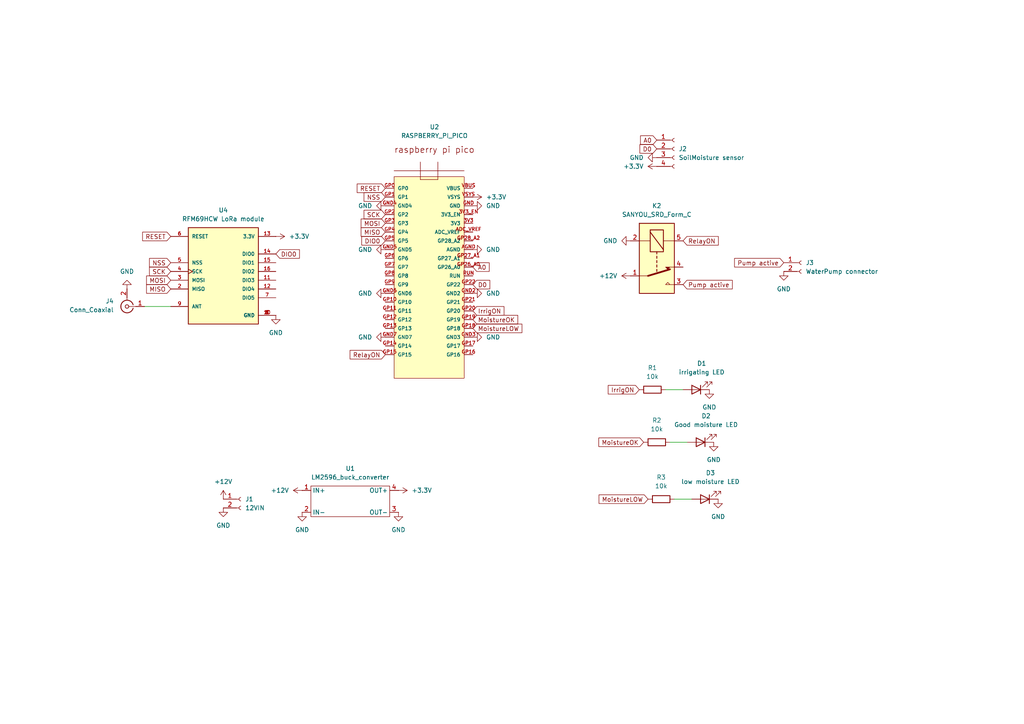
<source format=kicad_sch>
(kicad_sch (version 20231120) (generator "eeschema") (generator_version "8.0")
  (paper "A4")
  (lib_symbols
    (symbol "COM-13909:RFM69HCW LoRa module" (pin_names (offset 1.016))
      (property "Reference" "U" (at -10.9497 13.2415 0))
      (property "Value" "RFM69HCW LoRa module" (at -10.4265 -17.0385 0))
      (symbol "RFM69HCW LoRa module_0_0"
        (rectangle (start -10.16 -15.24) (end 10.16 12.7) (stroke (width 0.254)) (fill (type background)))
        (pin power_in line (at 15.24 -12.7 180) (length 5.08) (name "GND") (number "1"))
        (pin power_in line (at 15.24 -12.7 180) (length 5.08) (name "GND") (number "10"))
        (pin bidirectional line (at 15.24 -2.54 180) (length 5.08) (name "DIO3") (number "11"))
        (pin bidirectional line (at 15.24 -5.08 180) (length 5.08) (name "DIO4") (number "12"))
        (pin power_in line (at 15.24 10.16 180) (length 5.08) (name "3.3V") (number "13"))
        (pin bidirectional line (at 15.24 5.08 180) (length 5.08) (name "DIO0") (number "14"))
        (pin bidirectional line (at 15.24 2.54 180) (length 5.08) (name "DIO1") (number "15"))
        (pin bidirectional line (at 15.24 0 180) (length 5.08) (name "DIO2") (number "16"))
        (pin input line (at -15.24 -5.08 0) (length 5.08) (name "MISO") (number "2"))
        (pin output line (at -15.24 -2.54 0) (length 5.08) (name "MOSI") (number "3"))
        (pin input clock (at -15.24 0 0) (length 5.08) (name "SCK") (number "4"))
        (pin input line (at -15.24 2.54 0) (length 5.08) (name "NSS") (number "5"))
        (pin bidirectional line (at -15.24 10.16 0) (length 5.08) (name "RESET") (number "6"))
        (pin bidirectional line (at 15.24 -7.62 180) (length 5.08) (name "DIO5") (number "7"))
        (pin power_in line (at 15.24 -12.7 180) (length 5.08) (name "GND") (number "8"))
        (pin bidirectional line (at -15.24 -10.16 0) (length 5.08) (name "ANT") (number "9"))
      )
    )
    (symbol "Connector:Conn_01x02_Socket" (pin_names (offset 1.016) hide)
      (property "Reference" "J" (at 0 2.54 0))
      (property "Value" "Conn_01x02_Socket" (at 0 -5.08 0))
      (symbol "Conn_01x02_Socket_1_1"
        (arc (start 0 -2.032) (mid -0.5058 -2.54) (end 0 -3.048) (stroke (width 0.1524)))
        (polyline (pts (xy -1.27 -2.54) (xy -0.508 -2.54)) (stroke (width 0.1524)))
        (polyline (pts (xy -1.27 0) (xy -0.508 0)) (stroke (width 0.1524)))
        (arc (start 0 0.508) (mid -0.5058 0) (end 0 -0.508) (stroke (width 0.1524)))
        (pin passive line (at -5.08 0 0) (length 3.81) (name "Pin_1") (number "1"))
        (pin passive line (at -5.08 -2.54 0) (length 3.81) (name "Pin_2") (number "2"))
      )
    )
    (symbol "Connector:Conn_01x04_Socket" (pin_names (offset 1.016) hide)
      (property "Reference" "J" (at 0 5.08 0))
      (property "Value" "Conn_01x04_Socket" (at 0 -7.62 0))
      (symbol "Conn_01x04_Socket_1_1"
        (arc (start 0 -4.572) (mid -0.5058 -5.08) (end 0 -5.588) (stroke (width 0.1524)))
        (arc (start 0 -2.032) (mid -0.5058 -2.54) (end 0 -3.048) (stroke (width 0.1524)))
        (polyline (pts (xy -1.27 -5.08) (xy -0.508 -5.08)) (stroke (width 0.1524)))
        (polyline (pts (xy -1.27 -2.54) (xy -0.508 -2.54)) (stroke (width 0.1524)))
        (polyline (pts (xy -1.27 0) (xy -0.508 0)) (stroke (width 0.1524)))
        (polyline (pts (xy -1.27 2.54) (xy -0.508 2.54)) (stroke (width 0.1524)))
        (arc (start 0 0.508) (mid -0.5058 0) (end 0 -0.508) (stroke (width 0.1524)))
        (arc (start 0 3.048) (mid -0.5058 2.54) (end 0 2.032) (stroke (width 0.1524)))
        (pin passive line (at -5.08 2.54 0) (length 3.81) (name "Pin_1") (number "1"))
        (pin passive line (at -5.08 0 0) (length 3.81) (name "Pin_2") (number "2"))
        (pin passive line (at -5.08 -2.54 0) (length 3.81) (name "Pin_3") (number "3"))
        (pin passive line (at -5.08 -5.08 0) (length 3.81) (name "Pin_4") (number "4"))
      )
    )
    (symbol "Connector:Conn_Coaxial" (pin_names (offset 1.016) hide)
      (property "Reference" "J" (at 0.254 3.048 0))
      (property "Value" "Conn_Coaxial" (at 2.921 0 90))
      (symbol "Conn_Coaxial_0_1"
        (arc (start -1.778 -0.508) (mid 0.2311 -1.8066) (end 1.778 0) (stroke (width 0.254)))
        (polyline (pts (xy -2.54 0) (xy -0.508 0)))
        (polyline (pts (xy 0 -2.54) (xy 0 -1.778)))
        (circle (center 0 0) (radius 0.508) (stroke (width 0.2032)))
        (arc (start 1.778 0) (mid 0.2099 1.8101) (end -1.778 0.508) (stroke (width 0.254)))
      )
      (symbol "Conn_Coaxial_1_1"
        (pin passive line (at -5.08 0 0) (length 2.54) (name "In") (number "1"))
        (pin passive line (at 0 -5.08 90) (length 2.54) (name "Ext") (number "2"))
      )
    )
    (symbol "Device:LED" (pin_numbers hide) (pin_names (offset 1.016) hide)
      (property "Reference" "D" (at 0 2.54 0))
      (property "Value" "LED" (at 0 -2.54 0))
      (symbol "LED_0_1"
        (polyline (pts (xy -1.27 -1.27) (xy -1.27 1.27)) (stroke (width 0.254)))
        (polyline (pts (xy -1.27 0) (xy 1.27 0)))
        (polyline (pts (xy 1.27 -1.27) (xy 1.27 1.27) (xy -1.27 0) (xy 1.27 -1.27)) (stroke (width 0.254)))
        (polyline (pts (xy -3.048 -0.762) (xy -4.572 -2.286) (xy -3.81 -2.286) (xy -4.572 -2.286) (xy -4.572 -1.524)))
        (polyline (pts (xy -1.778 -0.762) (xy -3.302 -2.286) (xy -2.54 -2.286) (xy -3.302 -2.286) (xy -3.302 -1.524)))
      )
      (symbol "LED_1_1"
        (pin passive line (at -3.81 0 0) (length 2.54) (name "K") (number "1"))
        (pin passive line (at 3.81 0 180) (length 2.54) (name "A") (number "2"))
      )
    )
    (symbol "Device:R" (pin_numbers hide) (pin_names (offset 0))
      (property "Reference" "R" (at 2.032 0 90))
      (property "Value" "R" (at 0 0 90))
      (symbol "R_0_1"
        (rectangle (start -1.016 -2.54) (end 1.016 2.54) (stroke (width 0.254)))
      )
      (symbol "R_1_1"
        (pin passive line (at 0 3.81 270) (length 1.27) (name "~") (number "1"))
        (pin passive line (at 0 -3.81 90) (length 1.27) (name "~") (number "2"))
      )
    )
    (symbol "My_Symbols:LM2596_buck_converter"
      (property "Reference" "U" (at 0 0 0))
      (property "Value" "LM2596_buck_converter" (at 0 0 0))
      (symbol "LM2596_buck_converter_0_1"
        (rectangle (start -11.43 12.7) (end 11.43 3.81))
      )
      (symbol "LM2596_buck_converter_1_1"
        (pin input line (at -13.97 11.43 0) (length 2.54) (name "IN+") (number "1"))
        (pin input line (at -13.97 5.08 0) (length 2.54) (name "IN-") (number "2"))
        (pin output line (at 13.97 5.08 180) (length 2.54) (name "OUT-") (number "3"))
        (pin output line (at 13.97 11.43 180) (length 2.54) (name "OUT+") (number "4"))
      )
    )
    (symbol "RASPBERRY_PI_PICO:RASPBERRY_PI_PICO" (pin_names (offset 1.016))
      (property "Reference" "U" (at 0 0 0))
      (property "Value" "RASPBERRY_PI_PICO" (at 0 0 0))
      (symbol "RASPBERRY_PI_PICO_0_0"
        (rectangle (start -7.62 -34.7604) (end 12.7 23.6596) (stroke (width 0.1524)) (fill (type background)))
        (polyline (pts (xy 0 22.86) (xy 5.08 22.86)) (stroke (width 0.1524)))
        (polyline (pts (xy 0 27.94) (xy 0 22.86)) (stroke (width 0.1524)))
        (polyline (pts (xy 5.08 22.86) (xy 5.08 27.94)) (stroke (width 0.1524)))
        (polyline (pts (xy 12.7 25.4) (xy -7.62 25.4)) (stroke (width 0.1524)))
        (text "raspberry pi pico" (at -7.62 30.48 0) (effects (font (size 1.778 1.778)) (justify left bottom)))
        (pin bidirectional line (at 15.24 10.16 180) (length 2.54) (name "3V3") (number "3V3"))
        (pin bidirectional line (at 15.24 12.7 180) (length 2.54) (name "3V3_EN") (number "3V3_EN"))
        (pin bidirectional line (at 15.24 7.62 180) (length 2.54) (name "ADC_VREF") (number "ADC_VREF"))
        (pin bidirectional line (at 15.24 2.54 180) (length 2.54) (name "AGND") (number "AGND"))
        (pin bidirectional line (at 15.24 15.24 180) (length 2.54) (name "GND") (number "GND"))
        (pin bidirectional line (at 15.24 -10.16 180) (length 2.54) (name "GND2") (number "GND2"))
        (pin bidirectional line (at 15.24 -22.86 180) (length 2.54) (name "GND3") (number "GND3"))
        (pin bidirectional line (at -10.16 15.24 0) (length 2.54) (name "GND4") (number "GND4"))
        (pin bidirectional line (at -10.16 2.54 0) (length 2.54) (name "GND5") (number "GND5"))
        (pin bidirectional line (at -10.16 -10.16 0) (length 2.54) (name "GND6") (number "GND6"))
        (pin bidirectional line (at -10.16 -22.86 0) (length 2.54) (name "GND7") (number "GND7"))
        (pin bidirectional line (at -10.16 20.32 0) (length 2.54) (name "GP0") (number "GP0"))
        (pin bidirectional line (at -10.16 17.78 0) (length 2.54) (name "GP1") (number "GP1"))
        (pin bidirectional line (at -10.16 -12.7 0) (length 2.54) (name "GP10") (number "GP10"))
        (pin bidirectional line (at -10.16 -15.24 0) (length 2.54) (name "GP11") (number "GP11"))
        (pin bidirectional line (at -10.16 -17.78 0) (length 2.54) (name "GP12") (number "GP12"))
        (pin bidirectional line (at -10.16 -20.32 0) (length 2.54) (name "GP13") (number "GP13"))
        (pin bidirectional line (at -10.16 -25.4 0) (length 2.54) (name "GP14") (number "GP14"))
        (pin bidirectional line (at -10.16 -27.94 0) (length 2.54) (name "GP15") (number "GP15"))
        (pin bidirectional line (at 15.24 -27.94 180) (length 2.54) (name "GP16") (number "GP16"))
        (pin bidirectional line (at 15.24 -25.4 180) (length 2.54) (name "GP17") (number "GP17"))
        (pin bidirectional line (at 15.24 -20.32 180) (length 2.54) (name "GP18") (number "GP18"))
        (pin bidirectional line (at 15.24 -17.78 180) (length 2.54) (name "GP19") (number "GP19"))
        (pin bidirectional line (at -10.16 12.7 0) (length 2.54) (name "GP2") (number "GP2"))
        (pin bidirectional line (at 15.24 -15.24 180) (length 2.54) (name "GP20") (number "GP20"))
        (pin bidirectional line (at 15.24 -12.7 180) (length 2.54) (name "GP21") (number "GP21"))
        (pin bidirectional line (at 15.24 -7.62 180) (length 2.54) (name "GP22") (number "GP22"))
        (pin bidirectional line (at 15.24 -2.54 180) (length 2.54) (name "GP26_A0") (number "GP26_A0"))
        (pin bidirectional line (at 15.24 0 180) (length 2.54) (name "GP27_A1") (number "GP27_A1"))
        (pin bidirectional line (at 15.24 5.08 180) (length 2.54) (name "GP28_A2") (number "GP28_A2"))
        (pin bidirectional line (at -10.16 10.16 0) (length 2.54) (name "GP3") (number "GP3"))
        (pin bidirectional line (at -10.16 7.62 0) (length 2.54) (name "GP4") (number "GP4"))
        (pin bidirectional line (at -10.16 5.08 0) (length 2.54) (name "GP5") (number "GP5"))
        (pin bidirectional line (at -10.16 0 0) (length 2.54) (name "GP6") (number "GP6"))
        (pin bidirectional line (at -10.16 -2.54 0) (length 2.54) (name "GP7") (number "GP7"))
        (pin bidirectional line (at -10.16 -5.08 0) (length 2.54) (name "GP8") (number "GP8"))
        (pin bidirectional line (at -10.16 -7.62 0) (length 2.54) (name "GP9") (number "GP9"))
        (pin bidirectional line (at 15.24 -5.08 180) (length 2.54) (name "RUN") (number "RUN"))
        (pin bidirectional line (at 15.24 20.32 180) (length 2.54) (name "VBUS") (number "VBUS"))
        (pin bidirectional line (at 15.24 17.78 180) (length 2.54) (name "VSYS") (number "VSYS"))
      )
    )
    (symbol "Relay:SANYOU_SRD_Form_C"
      (property "Reference" "K" (at 11.43 3.81 0))
      (property "Value" "SANYOU_SRD_Form_C" (at 11.43 1.27 0))
      (symbol "SANYOU_SRD_Form_C_0_0"
        (polyline (pts (xy 7.62 5.08) (xy 7.62 2.54) (xy 6.985 3.175) (xy 7.62 3.81)))
      )
      (symbol "SANYOU_SRD_Form_C_0_1"
        (rectangle (start -10.16 5.08) (end 10.16 -5.08) (stroke (width 0.254)) (fill (type background)))
        (rectangle (start -8.255 1.905) (end -1.905 -1.905) (stroke (width 0.254)))
        (polyline (pts (xy -7.62 -1.905) (xy -2.54 1.905)) (stroke (width 0.254)))
        (polyline (pts (xy -5.08 -5.08) (xy -5.08 -1.905)))
        (polyline (pts (xy -5.08 5.08) (xy -5.08 1.905)))
        (polyline (pts (xy -1.905 0) (xy -1.27 0)) (stroke (width 0.254)))
        (polyline (pts (xy -0.635 0) (xy 0 0)) (stroke (width 0.254)))
        (polyline (pts (xy 0.635 0) (xy 1.27 0)) (stroke (width 0.254)))
        (polyline (pts (xy 1.905 0) (xy 2.54 0)) (stroke (width 0.254)))
        (polyline (pts (xy 3.175 0) (xy 3.81 0)) (stroke (width 0.254)))
        (polyline (pts (xy 5.08 -2.54) (xy 3.175 3.81)) (stroke (width 0.508)))
        (polyline (pts (xy 5.08 -2.54) (xy 5.08 -5.08)))
      )
      (symbol "SANYOU_SRD_Form_C_1_1"
        (polyline (pts (xy 2.54 3.81) (xy 3.175 3.175) (xy 2.54 2.54) (xy 2.54 5.08)) (fill (type outline)))
        (pin passive line (at 5.08 -7.62 90) (length 2.54) (name "~") (number "1"))
        (pin passive line (at -5.08 -7.62 90) (length 2.54) (name "~") (number "2"))
        (pin passive line (at 7.62 7.62 270) (length 2.54) (name "~") (number "3"))
        (pin passive line (at 2.54 7.62 270) (length 2.54) (name "~") (number "4"))
        (pin passive line (at -5.08 7.62 270) (length 2.54) (name "~") (number "5"))
      )
    )
    (symbol "power:+12V" (power) (pin_numbers hide) (pin_names (offset 0) hide)
      (property "Value" "+12V" (at 0 3.556 0))
      (symbol "+12V_0_1"
        (polyline (pts (xy -0.762 1.27) (xy 0 2.54)))
        (polyline (pts (xy 0 0) (xy 0 2.54)))
        (polyline (pts (xy 0 2.54) (xy 0.762 1.27)))
      )
      (symbol "+12V_1_1"
        (pin power_in line (at 0 0 90) (length 0) (name "~") (number "1"))
      )
    )
    (symbol "power:+3.3V" (power) (pin_numbers hide) (pin_names (offset 0) hide)
      (property "Value" "+3.3V" (at 0 3.556 0))
      (symbol "+3.3V_0_1"
        (polyline (pts (xy -0.762 1.27) (xy 0 2.54)))
        (polyline (pts (xy 0 0) (xy 0 2.54)))
        (polyline (pts (xy 0 2.54) (xy 0.762 1.27)))
      )
      (symbol "+3.3V_1_1"
        (pin power_in line (at 0 0 90) (length 0) (name "~") (number "1"))
      )
    )
    (symbol "power:GND" (power) (pin_numbers hide) (pin_names (offset 0) hide)
      (property "Value" "GND" (at 0 -3.81 0))
      (symbol "GND_0_1"
        (polyline (pts (xy 0 0) (xy 0 -1.27) (xy 1.27 -1.27) (xy 0 -2.54) (xy -1.27 -1.27) (xy 0 -1.27)))
      )
      (symbol "GND_1_1"
        (pin power_in line (at 0 0 270) (length 0) (name "~") (number "1"))
      )
    )
  )
  (wire (pts (xy 194.31 128.27) (xy 199.39 128.27)))
  (wire (pts (xy 195.58 144.78) (xy 200.66 144.78)))
  (wire (pts (xy 193.04 113.03) (xy 198.12 113.03)))
  (wire (pts (xy 41.91 88.9) (xy 49.53 88.9)))
  (global_label "A0" (shape input) (at 190.5 40.64 180) (property "Intersheetrefs" "${INTERSHEET_REFS}" (effects (hide yes))))
  (global_label "A0" (shape input) (at 137.16 77.47 0) (property "Intersheetrefs" "${INTERSHEET_REFS}" (effects (hide yes))))
  (global_label "NSS" (shape input) (at 111.76 57.15 180) (property "Intersheetrefs" "${INTERSHEET_REFS}" (effects (hide yes))))
  (global_label "IrrigON" (shape input) (at 185.42 113.03 180) (property "Intersheetrefs" "${INTERSHEET_REFS}" (effects (hide yes))))
  (global_label "D0" (shape input) (at 190.5 43.18 180) (property "Intersheetrefs" "${INTERSHEET_REFS}" (effects (hide yes))))
  (global_label "RelayON" (shape input) (at 198.12 69.85 0) (property "Intersheetrefs" "${INTERSHEET_REFS}" (effects (hide yes))))
  (global_label "IrrigON" (shape input) (at 137.16 90.17 0) (property "Intersheetrefs" "${INTERSHEET_REFS}" (effects (hide yes))))
  (global_label "DIO0" (shape input) (at 111.76 69.85 180) (property "Intersheetrefs" "${INTERSHEET_REFS}" (effects (hide yes))))
  (global_label "RESET" (shape input) (at 49.53 68.58 180) (property "Intersheetrefs" "${INTERSHEET_REFS}" (effects (hide yes))))
  (global_label "D0" (shape input) (at 137.16 82.55 0) (property "Intersheetrefs" "${INTERSHEET_REFS}" (effects (hide yes))))
  (global_label "MISO" (shape input) (at 111.76 67.31 180) (property "Intersheetrefs" "${INTERSHEET_REFS}" (effects (hide yes))))
  (global_label "SCK" (shape input) (at 49.53 78.74 180) (property "Intersheetrefs" "${INTERSHEET_REFS}" (effects (hide yes))))
  (global_label "RESET" (shape input) (at 111.76 54.61 180) (property "Intersheetrefs" "${INTERSHEET_REFS}" (effects (hide yes))))
  (global_label "MISO" (shape input) (at 49.53 83.82 180) (property "Intersheetrefs" "${INTERSHEET_REFS}" (effects (hide yes))))
  (global_label "MoistureLOW" (shape input) (at 187.96 144.78 180) (property "Intersheetrefs" "${INTERSHEET_REFS}" (effects (hide yes))))
  (global_label "SCK" (shape input) (at 111.76 62.23 180) (property "Intersheetrefs" "${INTERSHEET_REFS}" (effects (hide yes))))
  (global_label "DIO0" (shape input) (at 80.01 73.66 0) (property "Intersheetrefs" "${INTERSHEET_REFS}" (effects (hide yes))))
  (global_label "RelayON" (shape input) (at 111.76 102.87 180) (property "Intersheetrefs" "${INTERSHEET_REFS}" (effects (hide yes))))
  (global_label "MoistureOK" (shape input) (at 186.69 128.27 180) (property "Intersheetrefs" "${INTERSHEET_REFS}" (effects (hide yes))))
  (global_label "Pump active" (shape input) (at 227.33 76.2 180) (property "Intersheetrefs" "${INTERSHEET_REFS}" (effects (hide yes))))
  (global_label "MOSI" (shape input) (at 49.53 81.28 180) (property "Intersheetrefs" "${INTERSHEET_REFS}" (effects (hide yes))))
  (global_label "Pump active" (shape input) (at 198.12 82.55 0) (property "Intersheetrefs" "${INTERSHEET_REFS}" (effects (hide yes))))
  (global_label "NSS" (shape input) (at 49.53 76.2 180) (property "Intersheetrefs" "${INTERSHEET_REFS}" (effects (hide yes))))
  (global_label "MOSI" (shape input) (at 111.76 64.77 180) (property "Intersheetrefs" "${INTERSHEET_REFS}" (effects (hide yes))))
  (global_label "MoistureOK" (shape input) (at 137.16 92.71 0) (property "Intersheetrefs" "${INTERSHEET_REFS}" (effects (hide yes))))
  (global_label "MoistureLOW" (shape input) (at 137.16 95.25 0) (property "Intersheetrefs" "${INTERSHEET_REFS}" (effects (hide yes))))
  (symbol (lib_id "Device:LED") (at 201.93 113.03 180) (unit 1)
    (property "Reference" "D1" (at 203.5175 105.41 0))
    (property "Value" "irrigating LED" (at 203.5175 107.95 0))
    (property "Footprint" "LED_THT:LED_D5.0mm_Clear" (effects (hide yes)))
    (property "Description" "Light emitting diode" (effects (hide yes)))
  )
  (symbol (lib_id "power:+12V") (at 182.88 80.01 90) (unit 1)
    (property "Reference" "#PWR010" (effects (hide yes)))
    (property "Value" "+12V" (at 179.07 80.0099 90) (effects (justify left)))
    (property "Description" "Power symbol creates a global label with name \"+12V\"" (effects (hide yes)))
  )
  (symbol (lib_id "power:+3.3V") (at 115.57 142.24 270) (unit 1)
    (property "Reference" "#PWR07" (effects (hide yes)))
    (property "Value" "+3.3V" (at 119.38 142.2399 90) (effects (justify left)))
    (property "Description" "Power symbol creates a global label with name \"+3.3V\"" (effects (hide yes)))
  )
  (symbol (lib_id "power:GND") (at 227.33 78.74 0) (unit 1)
    (property "Reference" "#PWR011" (effects (hide yes)))
    (property "Value" "GND" (at 227.33 83.82 0))
    (property "Description" "Power symbol creates a global label with name \"GND\" , ground" (effects (hide yes)))
  )
  (symbol (lib_id "Device:R") (at 189.23 113.03 90) (unit 1)
    (property "Reference" "R1" (at 189.23 106.68 90))
    (property "Value" "10k" (at 189.23 109.22 90))
    (property "Footprint" "Resistor_THT:R_Axial_DIN0309_L9.0mm_D3.2mm_P12.70mm_Horizontal" (effects (hide yes)))
    (property "Description" "Resistor" (effects (hide yes)))
  )
  (symbol (lib_id "Device:LED") (at 203.2 128.27 180) (unit 1)
    (property "Reference" "D2" (at 204.7875 120.65 0))
    (property "Value" "Good moisture LED" (at 204.7875 123.19 0))
    (property "Footprint" "LED_THT:LED_D5.0mm_Clear" (effects (hide yes)))
    (property "Description" "Light emitting diode" (effects (hide yes)))
  )
  (symbol (lib_id "power:GND") (at 111.76 97.79 270) (unit 1)
    (property "Reference" "#PWR015" (effects (hide yes)))
    (property "Value" "GND" (at 107.95 97.7899 90) (effects (justify right)))
    (property "Description" "Power symbol creates a global label with name \"GND\" , ground" (effects (hide yes)))
  )
  (symbol (lib_id "Device:R") (at 191.77 144.78 90) (unit 1)
    (property "Reference" "R3" (at 191.77 138.43 90))
    (property "Value" "10k" (at 191.77 140.97 90))
    (property "Footprint" "Resistor_THT:R_Axial_DIN0309_L9.0mm_D3.2mm_P12.70mm_Horizontal" (effects (hide yes)))
    (property "Description" "Resistor" (effects (hide yes)))
  )
  (symbol (lib_id "power:GND") (at 111.76 72.39 270) (unit 1)
    (property "Reference" "#PWR013" (effects (hide yes)))
    (property "Value" "GND" (at 107.95 72.3899 90) (effects (justify right)))
    (property "Description" "Power symbol creates a global label with name \"GND\" , ground" (effects (hide yes)))
  )
  (symbol (lib_id "COM-13909:RFM69HCW LoRa module") (at 64.77 78.74 0) (unit 1)
    (property "Reference" "U4" (at 64.77 60.96 0))
    (property "Value" "RFM69HCW LoRa module" (at 64.77 63.5 0))
    (property "Footprint" "My_Footprints:RFM69HCW LoRa module" (effects (hide yes)))
    (property "MF" "HOPERF" (effects (hide yes)))
    (property "Description_1" "\nGeneral ISM < 1GHz Transceiver Module 915MHz Surface Mount\n" (effects (hide yes)))
    (property "Package" "Module SparkFun Electronics" (effects (hide yes)))
    (property "Price" "None" (effects (hide yes)))
    (property "Check_prices" "https://www.snapeda.com/parts/RFM69HCW-315S2/HOPERF/view-part/?ref=eda" (effects (hide yes)))
    (property "SnapEDA_Link" "https://www.snapeda.com/parts/RFM69HCW-315S2/HOPERF/view-part/?ref=snap" (effects (hide yes)))
    (property "MP" "RFM69HCW-315S2" (effects (hide yes)))
    (property "Availability" "Not in stock" (effects (hide yes)))
    (property "MANUFACTURER" "SparkFun Electronics" (effects (hide yes)))
  )
  (symbol (lib_id "power:GND") (at 115.57 148.59 0) (unit 1)
    (property "Reference" "#PWR06" (effects (hide yes)))
    (property "Value" "GND" (at 115.57 153.67 0))
    (property "Description" "Power symbol creates a global label with name \"GND\" , ground" (effects (hide yes)))
  )
  (symbol (lib_id "power:GND") (at 190.5 45.72 270) (unit 1)
    (property "Reference" "#PWR05" (effects (hide yes)))
    (property "Value" "GND" (at 186.69 45.7199 90) (effects (justify right)))
    (property "Description" "Power symbol creates a global label with name \"GND\" , ground" (effects (hide yes)))
  )
  (symbol (lib_id "Relay:SANYOU_SRD_Form_C") (at 190.5 74.93 270) (unit 1)
    (property "Reference" "K2" (at 190.5 59.69 90))
    (property "Value" "SANYOU_SRD_Form_C" (at 190.5 62.23 90))
    (property "Footprint" "Relay_THT:Relay_SPDT_SANYOU_SRD_Series_Form_C" (effects (hide yes)))
    (property "Datasheet" "http://www.sanyourelay.ca/public/products/pdf/SRD.pdf" (effects (hide yes)))
    (property "Description" "Sanyo SRD relay, Single Pole Miniature Power Relay," (effects (hide yes)))
  )
  (symbol (lib_id "power:GND") (at 182.88 69.85 270) (unit 1)
    (property "Reference" "#PWR09" (effects (hide yes)))
    (property "Value" "GND" (at 179.07 69.8499 90) (effects (justify right)))
    (property "Description" "Power symbol creates a global label with name \"GND\" , ground" (effects (hide yes)))
  )
  (symbol (lib_id "power:+3.3V") (at 80.01 68.58 270) (unit 1)
    (property "Reference" "#PWR021" (effects (hide yes)))
    (property "Value" "+3.3V" (at 83.82 68.5799 90) (effects (justify left)))
    (property "Description" "Power symbol creates a global label with name \"+3.3V\"" (effects (hide yes)))
  )
  (symbol (lib_id "power:GND") (at 111.76 59.69 270) (unit 1)
    (property "Reference" "#PWR012" (effects (hide yes)))
    (property "Value" "GND" (at 107.95 59.6899 90) (effects (justify right)))
    (property "Description" "Power symbol creates a global label with name \"GND\" , ground" (effects (hide yes)))
  )
  (symbol (lib_id "Connector:Conn_Coaxial") (at 36.83 88.9 180) (unit 1)
    (property "Reference" "J4" (at 33.02 87.3367 0) (effects (justify left)))
    (property "Value" "Conn_Coaxial" (at 33.02 89.8767 0) (effects (justify left)))
    (property "Footprint" "Connector_Coaxial:SMA_Amphenol_132134_Vertical" (effects (hide yes)))
    (property "Datasheet" " ~" (effects (hide yes)))
    (property "Description" "coaxial connector (BNC, SMA, SMB, SMC, Cinch/RCA, LEMO, ...)" (effects (hide yes)))
  )
  (symbol (lib_id "power:+12V") (at 64.77 144.78 0) (unit 1)
    (property "Reference" "#PWR01" (effects (hide yes)))
    (property "Value" "+12V" (at 64.77 139.7 0))
    (property "Description" "Power symbol creates a global label with name \"+12V\"" (effects (hide yes)))
  )
  (symbol (lib_id "power:GND") (at 111.76 85.09 270) (unit 1)
    (property "Reference" "#PWR014" (effects (hide yes)))
    (property "Value" "GND" (at 107.95 85.0899 90) (effects (justify right)))
    (property "Description" "Power symbol creates a global label with name \"GND\" , ground" (effects (hide yes)))
  )
  (symbol (lib_id "Connector:Conn_01x02_Socket") (at 69.85 144.78 0) (unit 1)
    (property "Reference" "J1" (at 71.12 144.7799 0) (effects (justify left)))
    (property "Value" "12VIN" (at 71.12 147.3199 0) (effects (justify left)))
    (property "Footprint" "TerminalBlock_Phoenix:TerminalBlock_Phoenix_PT-1,5-2-5.0-H_1x02_P5.00mm_Horizontal" (effects (hide yes)))
    (property "Description" "Generic connector, single row, 01x02, script generated" (effects (hide yes)))
  )
  (symbol (lib_id "power:GND") (at 80.01 91.44 0) (unit 1)
    (property "Reference" "#PWR022" (effects (hide yes)))
    (property "Value" "GND" (at 80.01 96.52 0))
    (property "Description" "Power symbol creates a global label with name \"GND\" , ground" (effects (hide yes)))
  )
  (symbol (lib_id "power:GND") (at 137.16 97.79 90) (unit 1)
    (property "Reference" "#PWR016" (effects (hide yes)))
    (property "Value" "GND" (at 140.97 97.7899 90) (effects (justify right)))
    (property "Description" "Power symbol creates a global label with name \"GND\" , ground" (effects (hide yes)))
  )
  (symbol (lib_id "Device:R") (at 190.5 128.27 90) (unit 1)
    (property "Reference" "R2" (at 190.5 121.92 90))
    (property "Value" "10k" (at 190.5 124.46 90))
    (property "Footprint" "Resistor_THT:R_Axial_DIN0309_L9.0mm_D3.2mm_P12.70mm_Horizontal" (effects (hide yes)))
    (property "Description" "Resistor" (effects (hide yes)))
  )
  (symbol (lib_id "power:GND") (at 137.16 85.09 90) (unit 1)
    (property "Reference" "#PWR017" (effects (hide yes)))
    (property "Value" "GND" (at 140.97 85.0899 90) (effects (justify right)))
    (property "Description" "Power symbol creates a global label with name \"GND\" , ground" (effects (hide yes)))
  )
  (symbol (lib_id "RASPBERRY_PI_PICO:RASPBERRY_PI_PICO") (at 121.92 74.93 0) (unit 1)
    (property "Reference" "U2" (at 126.0171 36.83 0))
    (property "Value" "RASPBERRY_PI_PICO" (at 126.0171 39.37 0))
    (property "Footprint" "RASPBERRY_PI_PICO:RASPBERRY_PI_PICO" (effects (hide yes)))
    (property "MF" "Raspberry Pi" (effects (hide yes)))
    (property "Description_1" "\nRaspberry Pi Board, Arm Cortex-M0+; Core Architecture:Arm; Core Sub-Architecture:Cortex-M0+; Kit Contents:Raspberry Pi Pico Board; No. Of Bits:32Bit; Silicon Core Number:Rp2040; Silicon Manufacturer:Raspberry Pi |Raspberry-Pi RASPBERRY PI PICO\n" (effects (hide yes)))
    (property "Package" "None" (effects (hide yes)))
    (property "Price" "None" (effects (hide yes)))
    (property "SnapEDA_Link" "https://www.snapeda.com/parts/RASPBERRY%20PI%20PICO/Raspberry+Pi/view-part/?ref=snap" (effects (hide yes)))
    (property "MP" "RASPBERRY PI PICO" (effects (hide yes)))
    (property "Availability" "In Stock" (effects (hide yes)))
    (property "Check_prices" "https://www.snapeda.com/parts/RASPBERRY%20PI%20PICO/Raspberry+Pi/view-part/?ref=eda" (effects (hide yes)))
  )
  (symbol (lib_id "power:GND") (at 137.16 59.69 90) (unit 1)
    (property "Reference" "#PWR019" (effects (hide yes)))
    (property "Value" "GND" (at 140.97 59.6899 90) (effects (justify right)))
    (property "Description" "Power symbol creates a global label with name \"GND\" , ground" (effects (hide yes)))
  )
  (symbol (lib_id "power:GND") (at 64.77 147.32 0) (unit 1)
    (property "Reference" "#PWR02" (effects (hide yes)))
    (property "Value" "GND" (at 64.77 152.4 0))
    (property "Description" "Power symbol creates a global label with name \"GND\" , ground" (effects (hide yes)))
  )
  (symbol (lib_id "Connector:Conn_01x04_Socket") (at 195.58 43.18 0) (unit 1)
    (property "Reference" "J2" (at 196.85 43.1799 0) (effects (justify left)))
    (property "Value" "SoilMoisture sensor" (at 196.85 45.7199 0) (effects (justify left)))
    (property "Footprint" "Connector_PinSocket_2.54mm:PinSocket_1x04_P2.54mm_Vertical" (effects (hide yes)))
    (property "Description" "Generic connector, single row, 01x04, script generated" (effects (hide yes)))
  )
  (symbol (lib_id "power:+3.3V") (at 190.5 48.26 90) (unit 1)
    (property "Reference" "#PWR08" (effects (hide yes)))
    (property "Value" "+3.3V" (at 186.69 48.2599 90) (effects (justify left)))
    (property "Description" "Power symbol creates a global label with name \"+3.3V\"" (effects (hide yes)))
  )
  (symbol (lib_id "power:GND") (at 207.01 128.27 0) (unit 1)
    (property "Reference" "#PWR024" (effects (hide yes)))
    (property "Value" "GND" (at 207.01 133.35 0))
    (property "Description" "Power symbol creates a global label with name \"GND\" , ground" (effects (hide yes)))
  )
  (symbol (lib_id "power:GND") (at 205.74 113.03 0) (unit 1)
    (property "Reference" "#PWR023" (effects (hide yes)))
    (property "Value" "GND" (at 205.74 118.11 0))
    (property "Description" "Power symbol creates a global label with name \"GND\" , ground" (effects (hide yes)))
  )
  (symbol (lib_id "Connector:Conn_01x02_Socket") (at 232.41 76.2 0) (unit 1)
    (property "Reference" "J3" (at 233.68 76.1999 0) (effects (justify left)))
    (property "Value" "WaterPump connector" (at 233.68 78.7399 0) (effects (justify left)))
    (property "Footprint" "TerminalBlock_Phoenix:TerminalBlock_Phoenix_PT-1,5-2-3.5-H_1x02_P3.50mm_Horizontal" (effects (hide yes)))
    (property "Description" "Generic connector, single row, 01x02, script generated" (effects (hide yes)))
  )
  (symbol (lib_id "power:GND") (at 137.16 72.39 90) (unit 1)
    (property "Reference" "#PWR018" (effects (hide yes)))
    (property "Value" "GND" (at 140.97 72.3899 90) (effects (justify right)))
    (property "Description" "Power symbol creates a global label with name \"GND\" , ground" (effects (hide yes)))
  )
  (symbol (lib_id "power:+12V") (at 87.63 142.24 90) (unit 1)
    (property "Reference" "#PWR03" (effects (hide yes)))
    (property "Value" "+12V" (at 83.82 142.2399 90) (effects (justify left)))
    (property "Description" "Power symbol creates a global label with name \"+12V\"" (effects (hide yes)))
  )
  (symbol (lib_id "My_Symbols:LM2596_buck_converter") (at 101.6 153.67 0) (unit 1)
    (property "Reference" "U1" (at 101.6 135.89 0))
    (property "Value" "LM2596_buck_converter" (at 101.6 138.43 0))
    (property "Footprint" "My_Footprints:LM2596_Buck converter" (effects (hide yes)))
  )
  (symbol (lib_id "Device:LED") (at 204.47 144.78 180) (unit 1)
    (property "Reference" "D3" (at 206.0575 137.16 0))
    (property "Value" "low moisture LED" (at 206.0575 139.7 0))
    (property "Footprint" "LED_THT:LED_D5.0mm_Clear" (effects (hide yes)))
    (property "Description" "Light emitting diode" (effects (hide yes)))
  )
  (symbol (lib_id "power:+3.3V") (at 137.16 57.15 270) (unit 1)
    (property "Reference" "#PWR020" (effects (hide yes)))
    (property "Value" "+3.3V" (at 140.97 57.1499 90) (effects (justify left)))
    (property "Description" "Power symbol creates a global label with name \"+3.3V\"" (effects (hide yes)))
  )
  (symbol (lib_id "power:GND") (at 36.83 83.82 180) (unit 1)
    (property "Reference" "#PWR026" (effects (hide yes)))
    (property "Value" "GND" (at 36.83 78.74 0))
    (property "Description" "Power symbol creates a global label with name \"GND\" , ground" (effects (hide yes)))
  )
  (symbol (lib_id "power:GND") (at 87.63 148.59 0) (unit 1)
    (property "Reference" "#PWR04" (effects (hide yes)))
    (property "Value" "GND" (at 87.63 153.67 0))
    (property "Description" "Power symbol creates a global label with name \"GND\" , ground" (effects (hide yes)))
  )
  (symbol (lib_id "power:GND") (at 208.28 144.78 0) (unit 1)
    (property "Reference" "#PWR025" (effects (hide yes)))
    (property "Value" "GND" (at 208.28 149.86 0))
    (property "Description" "Power symbol creates a global label with name \"GND\" , ground" (effects (hide yes)))
  )
)
</source>
